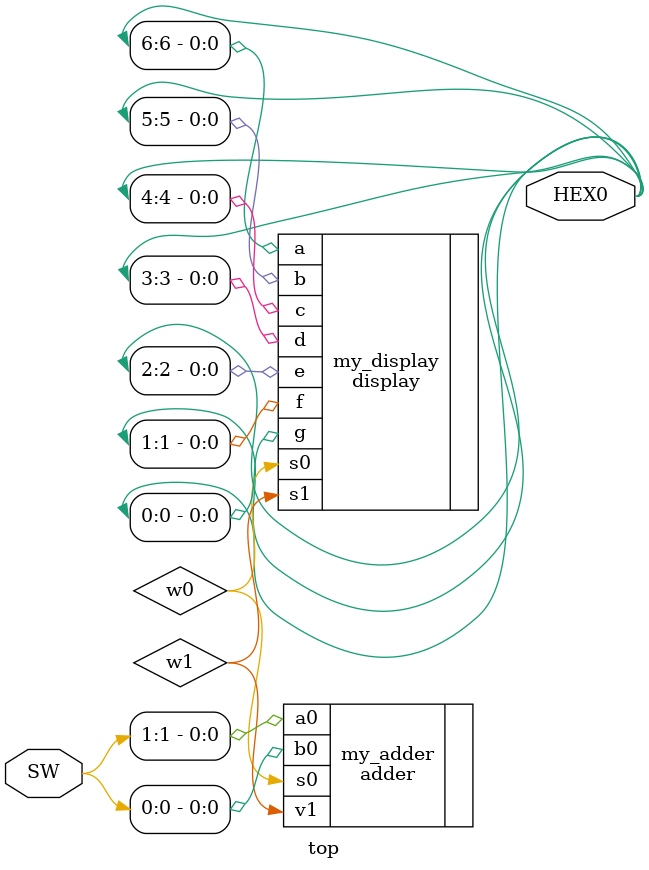
<source format=v>
module top(
  input [1:0] SW, // Entradas x e y, representadas por SW[1] e SW[0]
  output [6:0] HEX0 // Saídas para os segmentos do display de 7 segmentos (a, b, c, d, e, f, g)
);

  // Declaração dos fios (wires) internos para conectar os módulos
  wire w0; // Conecta a saída S0 do Adder à entrada s0 do Display
  wire w1; // Conecta a saída V1 do Adder à entrada s1 do Display


  adder my_adder (
    .a0(SW[1]), 
    .b0(SW[0]),
    .s0(w0),    
    .v1(w1)    
  );


  display my_display (
    .s0(w0),   
    .s1(w1),      
    .a(HEX0[6]), 
    .b(HEX0[5]), 
    .c(HEX0[4]),  
    .d(HEX0[3]), 
    .e(HEX0[2]),  
    .f(HEX0[1]),  
    .g(HEX0[0])   
  );

endmodule

</source>
